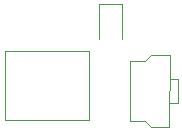
<source format=gbr>
%TF.GenerationSoftware,KiCad,Pcbnew,5.1.5*%
%TF.CreationDate,2020-11-01T11:17:01+00:00*%
%TF.ProjectId,board,626f6172-642e-46b6-9963-61645f706362,rev?*%
%TF.SameCoordinates,Original*%
%TF.FileFunction,OtherDrawing,Comment*%
%FSLAX46Y46*%
G04 Gerber Fmt 4.6, Leading zero omitted, Abs format (unit mm)*
G04 Created by KiCad (PCBNEW 5.1.5) date 2020-11-01 11:17:01*
%MOMM*%
%LPD*%
G04 APERTURE LIST*
%ADD10C,0.100000*%
%ADD11C,0.120000*%
G04 APERTURE END LIST*
D10*
X150461517Y-87833068D02*
X149844156Y-87833068D01*
X150461517Y-89826262D02*
X150461517Y-87833068D01*
X149808878Y-89826262D02*
X150461517Y-89826262D01*
X149826517Y-85822235D02*
X149773600Y-91907651D01*
X148256656Y-85822235D02*
X149826517Y-85822235D01*
X147727489Y-86316124D02*
X148256656Y-85822235D01*
X146439850Y-86316124D02*
X147727489Y-86316124D01*
X146439850Y-91378485D02*
X146439850Y-86316124D01*
X147692211Y-91378485D02*
X146439850Y-91378485D01*
X148221378Y-91907651D02*
X147692211Y-91378485D01*
X149773600Y-91907651D02*
X148221378Y-91907651D01*
X135850350Y-85444812D02*
X135850350Y-91258549D01*
X142989931Y-85444812D02*
X135850350Y-85444812D01*
X142989931Y-91258549D02*
X142989931Y-85444812D01*
X135850350Y-91258549D02*
X142989931Y-91258549D01*
D11*
%TO.C,SW1*%
X143780000Y-84440000D02*
X143780000Y-81440000D01*
X143780000Y-81440000D02*
X145780000Y-81440000D01*
X145780000Y-81440000D02*
X145780000Y-84440000D01*
%TD*%
M02*

</source>
